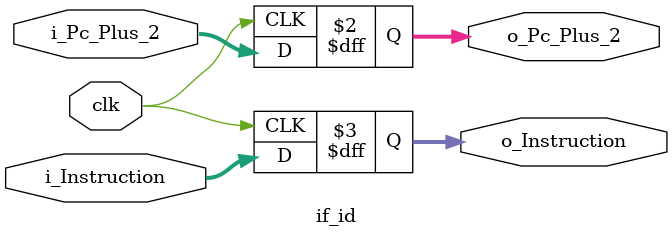
<source format=v>
module if_id(
	clk,
   	i_Pc_Plus_2,
	i_Instruction,
	o_Pc_Plus_2,
	o_Instruction
	);
	
	input clk;
   	input [15:0] i_Pc_Plus_2;
	input [15:0] i_Instruction;
	output reg [15:0] o_Pc_Plus_2;
	output reg [15:0] o_Instruction;
	
	always @(negedge clk) begin 
		o_Pc_Plus_2 <= i_Pc_Plus_2;
		o_Instruction <= i_Instruction;
	end	
	
endmodule
</source>
